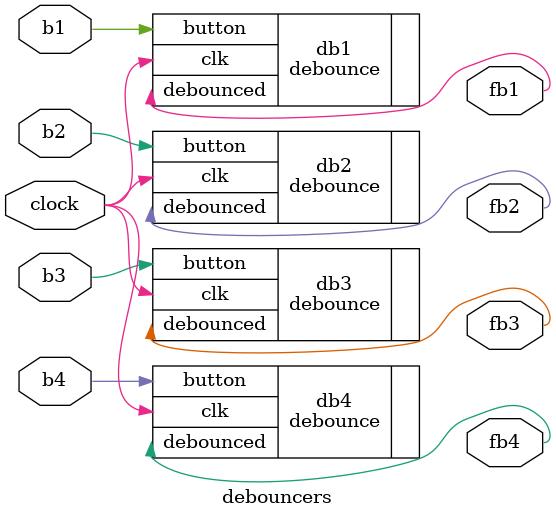
<source format=v>
module debouncers

(
	input  clock,
	input  b1, b2, b3, b4,
	output fb1, fb2, fb3, fb4
);

	//Chamada dos componentes e repasse de parâmetros
	
	debounce db1(	.clk(clock),		//Debounce botão 1
						.button(b1),
						.debounced(fb1)
					);
					
	debounce db2(	.clk(clock),		//Debounce botão 2
						.button(b2),
						.debounced(fb2)
					);
					
	debounce db3(	.clk(clock),		//Debounce botão 3
						.button(b3),
						.debounced(fb3)
					);
					
	debounce db4(	.clk(clock),		//Debounce botão 4
						.button(b4),
						.debounced(fb4)
					);
endmodule

</source>
